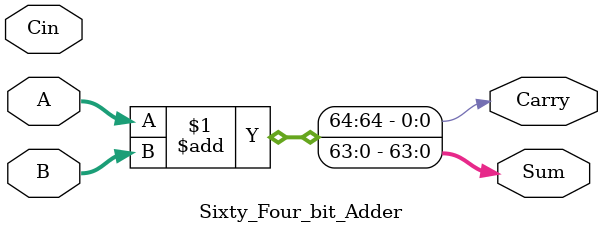
<source format=v>
`timescale 1ns / 1ps


module Sixty_Four_bit_Adder(Sum, Carry, A, B, Cin);

input [63:0] A, B;
input Cin;
output [63:0] Sum;
output Carry;

//logic design
assign {Carry, Sum} = A + B;


endmodule

</source>
